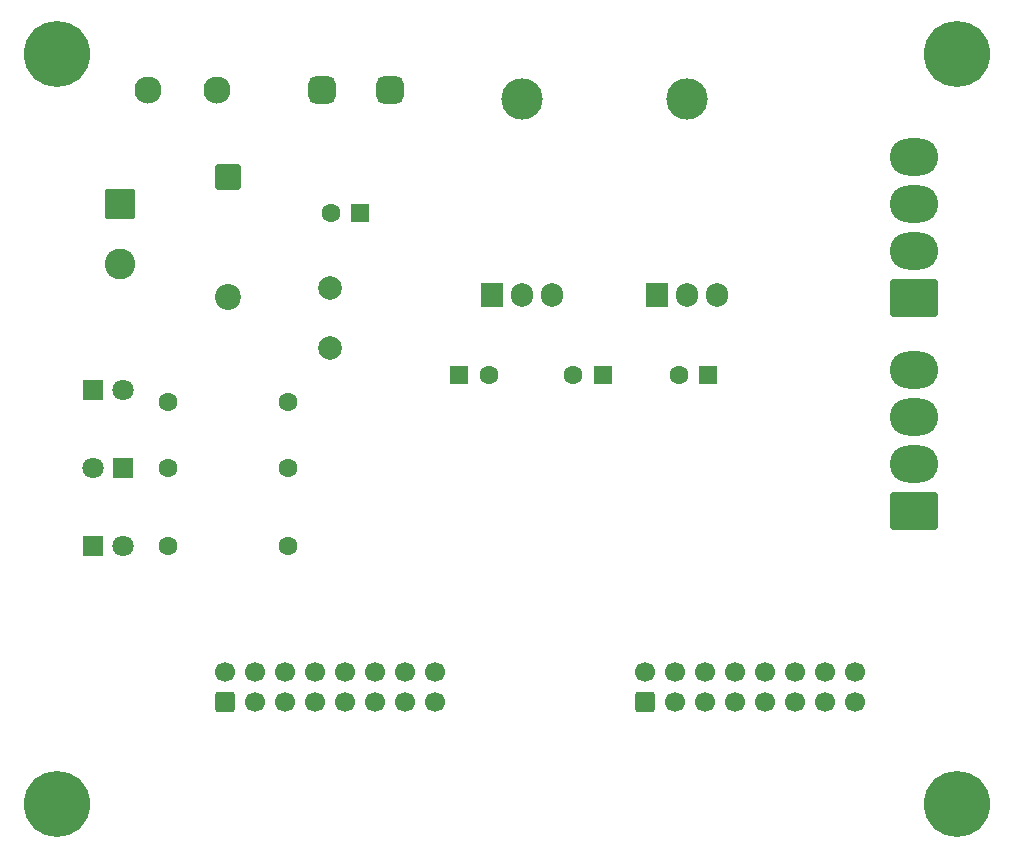
<source format=gts>
%TF.GenerationSoftware,KiCad,Pcbnew,9.0.3*%
%TF.CreationDate,2025-08-01T18:14:25+01:00*%
%TF.ProjectId,bcm-power-supply,62636d2d-706f-4776-9572-2d737570706c,rev01*%
%TF.SameCoordinates,Original*%
%TF.FileFunction,Soldermask,Top*%
%TF.FilePolarity,Negative*%
%FSLAX46Y46*%
G04 Gerber Fmt 4.6, Leading zero omitted, Abs format (unit mm)*
G04 Created by KiCad (PCBNEW 9.0.3) date 2025-08-01 18:14:25*
%MOMM*%
%LPD*%
G01*
G04 APERTURE LIST*
G04 Aperture macros list*
%AMRoundRect*
0 Rectangle with rounded corners*
0 $1 Rounding radius*
0 $2 $3 $4 $5 $6 $7 $8 $9 X,Y pos of 4 corners*
0 Add a 4 corners polygon primitive as box body*
4,1,4,$2,$3,$4,$5,$6,$7,$8,$9,$2,$3,0*
0 Add four circle primitives for the rounded corners*
1,1,$1+$1,$2,$3*
1,1,$1+$1,$4,$5*
1,1,$1+$1,$6,$7*
1,1,$1+$1,$8,$9*
0 Add four rect primitives between the rounded corners*
20,1,$1+$1,$2,$3,$4,$5,0*
20,1,$1+$1,$4,$5,$6,$7,0*
20,1,$1+$1,$6,$7,$8,$9,0*
20,1,$1+$1,$8,$9,$2,$3,0*%
G04 Aperture macros list end*
%ADD10C,1.600000*%
%ADD11RoundRect,0.575000X0.575000X0.575000X-0.575000X0.575000X-0.575000X-0.575000X0.575000X-0.575000X0*%
%ADD12C,2.300000*%
%ADD13RoundRect,0.250000X-1.050000X1.050000X-1.050000X-1.050000X1.050000X-1.050000X1.050000X1.050000X0*%
%ADD14C,2.600000*%
%ADD15R,1.800000X1.800000*%
%ADD16C,1.800000*%
%ADD17RoundRect,0.250000X0.550000X0.550000X-0.550000X0.550000X-0.550000X-0.550000X0.550000X-0.550000X0*%
%ADD18C,2.000000*%
%ADD19RoundRect,0.250000X1.800000X-1.330000X1.800000X1.330000X-1.800000X1.330000X-1.800000X-1.330000X0*%
%ADD20O,4.100000X3.160000*%
%ADD21C,3.500000*%
%ADD22R,1.905000X2.000000*%
%ADD23O,1.905000X2.000000*%
%ADD24RoundRect,0.250000X-0.550000X-0.550000X0.550000X-0.550000X0.550000X0.550000X-0.550000X0.550000X0*%
%ADD25RoundRect,0.250000X0.600000X-0.600000X0.600000X0.600000X-0.600000X0.600000X-0.600000X-0.600000X0*%
%ADD26C,1.700000*%
%ADD27C,5.600000*%
%ADD28RoundRect,0.249999X-0.850001X0.850001X-0.850001X-0.850001X0.850001X-0.850001X0.850001X0.850001X0*%
%ADD29C,2.200000*%
G04 APERTURE END LIST*
D10*
%TO.C,R3*%
X72898000Y-98552000D03*
X83058000Y-98552000D03*
%TD*%
D11*
%TO.C,F1*%
X91714000Y-66548000D03*
X85914000Y-66548000D03*
D12*
X77014000Y-66548000D03*
X71214000Y-66548000D03*
%TD*%
D13*
%TO.C,J1*%
X68834000Y-76200000D03*
D14*
X68834000Y-81280000D03*
%TD*%
D15*
%TO.C,D3*%
X66548000Y-105156000D03*
D16*
X69088000Y-105156000D03*
%TD*%
D10*
%TO.C,R1*%
X83058000Y-92964000D03*
X72898000Y-92964000D03*
%TD*%
D17*
%TO.C,C3*%
X118618000Y-90678000D03*
D10*
X116118000Y-90678000D03*
%TD*%
D18*
%TO.C,L1*%
X86614000Y-83312000D03*
X86614000Y-88392000D03*
%TD*%
D19*
%TO.C,J4*%
X136002000Y-102206000D03*
D20*
X136002000Y-98246000D03*
X136002000Y-94286000D03*
X136002000Y-90326000D03*
%TD*%
D19*
%TO.C,J5*%
X136002000Y-84172000D03*
D20*
X136002000Y-80212000D03*
X136002000Y-76252000D03*
X136002000Y-72292000D03*
%TD*%
D21*
%TO.C,U1*%
X116840000Y-67310000D03*
D22*
X114300000Y-83970000D03*
D23*
X116840000Y-83970000D03*
X119380000Y-83970000D03*
%TD*%
D10*
%TO.C,R2*%
X83058000Y-105156000D03*
X72898000Y-105156000D03*
%TD*%
D24*
%TO.C,C2*%
X97536000Y-90678000D03*
D10*
X100036000Y-90678000D03*
%TD*%
D25*
%TO.C,J2*%
X77724000Y-118364000D03*
D26*
X77724000Y-115824000D03*
X80264000Y-118364000D03*
X80264000Y-115824000D03*
X82804000Y-118364000D03*
X82804000Y-115824000D03*
X85344000Y-118364000D03*
X85344000Y-115824000D03*
X87884000Y-118364000D03*
X87884000Y-115824000D03*
X90424000Y-118364000D03*
X90424000Y-115824000D03*
X92964000Y-118364000D03*
X92964000Y-115824000D03*
X95504000Y-118364000D03*
X95504000Y-115824000D03*
%TD*%
D17*
%TO.C,C4*%
X109688000Y-90678000D03*
D10*
X107188000Y-90678000D03*
%TD*%
D27*
%TO.C,H1*%
X63500000Y-63500000D03*
%TD*%
D25*
%TO.C,J3*%
X113284000Y-118364000D03*
D26*
X113284000Y-115824000D03*
X115824000Y-118364000D03*
X115824000Y-115824000D03*
X118364000Y-118364000D03*
X118364000Y-115824000D03*
X120904000Y-118364000D03*
X120904000Y-115824000D03*
X123444000Y-118364000D03*
X123444000Y-115824000D03*
X125984000Y-118364000D03*
X125984000Y-115824000D03*
X128524000Y-118364000D03*
X128524000Y-115824000D03*
X131064000Y-118364000D03*
X131064000Y-115824000D03*
%TD*%
D28*
%TO.C,D1*%
X77978000Y-73914000D03*
D29*
X77978000Y-84074000D03*
%TD*%
D17*
%TO.C,C1*%
X89154000Y-76962000D03*
D10*
X86654000Y-76962000D03*
%TD*%
D21*
%TO.C,U2*%
X102870000Y-67310000D03*
D22*
X100330000Y-83970000D03*
D23*
X102870000Y-83970000D03*
X105410000Y-83970000D03*
%TD*%
D27*
%TO.C,H2*%
X63500000Y-127000000D03*
%TD*%
D15*
%TO.C,D2*%
X66543000Y-91948000D03*
D16*
X69083000Y-91948000D03*
%TD*%
D27*
%TO.C,H4*%
X139700000Y-127000000D03*
%TD*%
D15*
%TO.C,D4*%
X69088000Y-98552000D03*
D16*
X66548000Y-98552000D03*
%TD*%
D27*
%TO.C,H3*%
X139700000Y-63500000D03*
%TD*%
M02*

</source>
